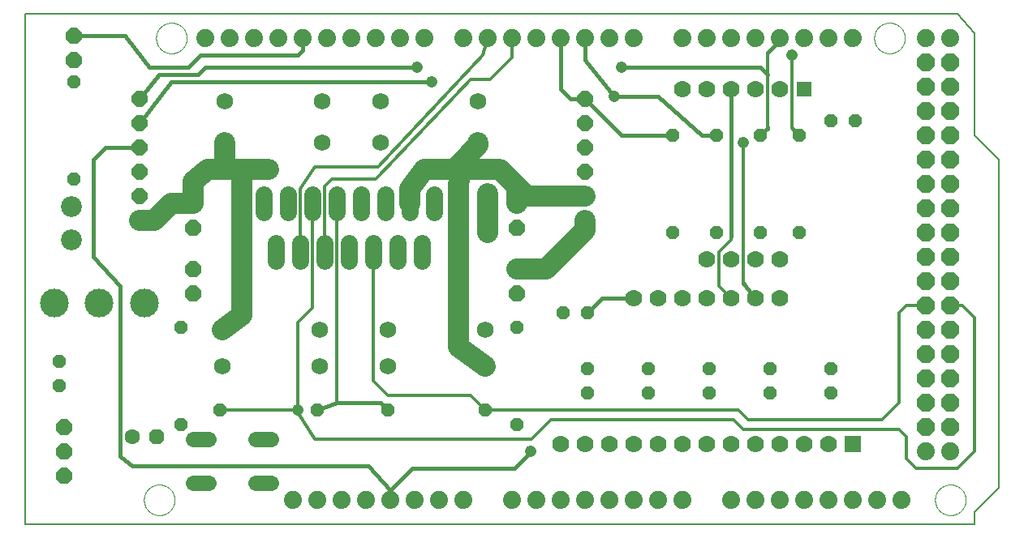
<source format=gtl>
G75*
%MOIN*%
%OFA0B0*%
%FSLAX25Y25*%
%IPPOS*%
%LPD*%
%AMOC8*
5,1,8,0,0,1.08239X$1,22.5*
%
%ADD10C,0.08600*%
%ADD11C,0.06300*%
%ADD12OC8,0.06300*%
%ADD13OC8,0.05600*%
%ADD14C,0.06800*%
%ADD15C,0.07124*%
%ADD16OC8,0.06600*%
%ADD17R,0.06400X0.06400*%
%ADD18C,0.07000*%
%ADD19C,0.00800*%
%ADD20C,0.07400*%
%ADD21OC8,0.07400*%
%ADD22C,0.00000*%
%ADD23C,0.06400*%
%ADD24R,0.07000X0.07000*%
%ADD25OC8,0.06400*%
%ADD26C,0.11811*%
%ADD27C,0.01500*%
%ADD28C,0.01200*%
%ADD29C,0.04756*%
%ADD30C,0.08500*%
%ADD31C,0.08268*%
D10*
X0024000Y0123223D03*
X0024000Y0137003D03*
D11*
X0049000Y0042310D03*
D12*
X0059000Y0042310D03*
D13*
X0069000Y0047310D03*
X0085000Y0053310D03*
X0125000Y0053310D03*
X0154000Y0053310D03*
X0194000Y0053310D03*
X0207000Y0047310D03*
X0236000Y0060310D03*
X0236000Y0070310D03*
X0261000Y0070310D03*
X0261000Y0060310D03*
X0286000Y0060310D03*
X0286000Y0070310D03*
X0311000Y0070310D03*
X0311000Y0060310D03*
X0336000Y0060310D03*
X0336000Y0070310D03*
X0236000Y0093310D03*
X0226000Y0093310D03*
X0207000Y0087310D03*
X0271000Y0126310D03*
X0289000Y0126310D03*
X0307000Y0126310D03*
X0323000Y0126310D03*
X0323000Y0166310D03*
X0336000Y0172310D03*
X0346000Y0172310D03*
X0307000Y0166310D03*
X0289000Y0166310D03*
X0271000Y0166310D03*
X0069000Y0087310D03*
X0019000Y0073310D03*
X0019000Y0063310D03*
X0025000Y0148310D03*
X0025000Y0188310D03*
D14*
X0087000Y0180310D03*
X0087000Y0163310D03*
X0127000Y0163310D03*
X0151000Y0163310D03*
X0151000Y0180310D03*
X0127000Y0180310D03*
X0191000Y0180310D03*
X0191000Y0163310D03*
X0194000Y0086310D03*
X0194000Y0071310D03*
X0154000Y0071310D03*
X0126000Y0071310D03*
X0126000Y0086310D03*
X0154000Y0086310D03*
X0086000Y0086310D03*
X0086000Y0071310D03*
D15*
X0108000Y0114748D02*
X0108000Y0121872D01*
X0118000Y0121872D02*
X0118000Y0114748D01*
X0128000Y0114748D02*
X0128000Y0121872D01*
X0138000Y0121872D02*
X0138000Y0114748D01*
X0148000Y0114748D02*
X0148000Y0121872D01*
X0158000Y0121872D02*
X0158000Y0114748D01*
X0168000Y0114748D02*
X0168000Y0121872D01*
X0163000Y0134748D02*
X0163000Y0141872D01*
X0173000Y0141872D02*
X0173000Y0134748D01*
X0153000Y0134748D02*
X0153000Y0141872D01*
X0143000Y0141872D02*
X0143000Y0134748D01*
X0133000Y0134748D02*
X0133000Y0141872D01*
X0123000Y0141872D02*
X0123000Y0134748D01*
X0113000Y0134748D02*
X0113000Y0141872D01*
X0103000Y0141872D02*
X0103000Y0134748D01*
D16*
X0074000Y0138310D03*
X0074000Y0128310D03*
X0074000Y0111310D03*
X0074000Y0101310D03*
X0021000Y0046310D03*
X0021000Y0036310D03*
X0021000Y0026310D03*
X0207000Y0101310D03*
X0207000Y0111310D03*
X0207000Y0128310D03*
X0207000Y0138310D03*
X0025000Y0197310D03*
X0025000Y0207310D03*
D17*
X0325000Y0185310D03*
D18*
X0315000Y0185310D03*
X0305000Y0185310D03*
X0295000Y0185310D03*
X0285000Y0185310D03*
X0275000Y0185310D03*
X0285000Y0115310D03*
X0295000Y0115310D03*
X0305000Y0115310D03*
X0315000Y0115310D03*
X0315000Y0099310D03*
X0305000Y0099310D03*
X0295000Y0099310D03*
X0285000Y0099310D03*
X0275000Y0099310D03*
X0265000Y0099310D03*
X0255000Y0099310D03*
X0255000Y0039310D03*
X0245000Y0039310D03*
X0235000Y0039310D03*
X0225000Y0039310D03*
X0265000Y0039310D03*
X0275000Y0039310D03*
X0285000Y0039310D03*
X0295000Y0039310D03*
X0305000Y0039310D03*
X0315000Y0039310D03*
X0325000Y0039310D03*
X0335000Y0039310D03*
D19*
X0005000Y0006310D02*
X0005000Y0216310D01*
X0388000Y0216310D01*
X0395000Y0208310D01*
X0395000Y0166310D01*
X0405000Y0156310D01*
X0405000Y0021310D01*
X0395000Y0011310D01*
X0395000Y0006310D01*
X0005000Y0006310D01*
D20*
X0115000Y0016310D03*
X0125000Y0016310D03*
X0135000Y0016310D03*
X0145000Y0016310D03*
X0155000Y0016310D03*
X0165000Y0016310D03*
X0175000Y0016310D03*
X0185000Y0016310D03*
X0205000Y0016310D03*
X0215000Y0016310D03*
X0225000Y0016310D03*
X0235000Y0016310D03*
X0245000Y0016310D03*
X0255000Y0016310D03*
X0265000Y0016310D03*
X0275000Y0016310D03*
X0295000Y0016310D03*
X0305000Y0016310D03*
X0315000Y0016310D03*
X0325000Y0016310D03*
X0335000Y0016310D03*
X0345000Y0016310D03*
X0355000Y0016310D03*
X0365000Y0016310D03*
X0375000Y0036310D03*
X0385000Y0036310D03*
X0385000Y0206310D03*
X0375000Y0206310D03*
X0345000Y0206310D03*
X0335000Y0206310D03*
X0325000Y0206310D03*
X0315000Y0206310D03*
X0305000Y0206310D03*
X0295000Y0206310D03*
X0285000Y0206310D03*
X0275000Y0206310D03*
X0255000Y0206310D03*
X0245000Y0206310D03*
X0235000Y0206310D03*
X0225000Y0206310D03*
X0215000Y0206310D03*
X0205000Y0206310D03*
X0195000Y0206310D03*
X0185000Y0206310D03*
X0169000Y0206310D03*
X0159000Y0206310D03*
X0149000Y0206310D03*
X0139000Y0206310D03*
X0129000Y0206310D03*
X0119000Y0206310D03*
X0109000Y0206310D03*
X0099000Y0206310D03*
X0089000Y0206310D03*
X0079000Y0206310D03*
D21*
X0375000Y0196310D03*
X0385000Y0196310D03*
X0385000Y0186310D03*
X0375000Y0186310D03*
X0375000Y0176310D03*
X0385000Y0176310D03*
X0385000Y0166310D03*
X0375000Y0166310D03*
X0375000Y0156310D03*
X0385000Y0156310D03*
X0385000Y0146310D03*
X0375000Y0146310D03*
X0375000Y0136310D03*
X0385000Y0136310D03*
X0385000Y0126310D03*
X0375000Y0126310D03*
X0375000Y0116310D03*
X0385000Y0116310D03*
X0385000Y0106310D03*
X0375000Y0106310D03*
X0375000Y0096310D03*
X0385000Y0096310D03*
X0385000Y0086310D03*
X0375000Y0086310D03*
X0375000Y0076310D03*
X0385000Y0076310D03*
X0385000Y0066310D03*
X0375000Y0066310D03*
X0375000Y0056310D03*
X0385000Y0056310D03*
X0385000Y0046310D03*
X0375000Y0046310D03*
D22*
X0378701Y0016310D02*
X0378703Y0016468D01*
X0378709Y0016626D01*
X0378719Y0016784D01*
X0378733Y0016942D01*
X0378751Y0017099D01*
X0378772Y0017256D01*
X0378798Y0017412D01*
X0378828Y0017568D01*
X0378861Y0017723D01*
X0378899Y0017876D01*
X0378940Y0018029D01*
X0378985Y0018181D01*
X0379034Y0018332D01*
X0379087Y0018481D01*
X0379143Y0018629D01*
X0379203Y0018775D01*
X0379267Y0018920D01*
X0379335Y0019063D01*
X0379406Y0019205D01*
X0379480Y0019345D01*
X0379558Y0019482D01*
X0379640Y0019618D01*
X0379724Y0019752D01*
X0379813Y0019883D01*
X0379904Y0020012D01*
X0379999Y0020139D01*
X0380096Y0020264D01*
X0380197Y0020386D01*
X0380301Y0020505D01*
X0380408Y0020622D01*
X0380518Y0020736D01*
X0380631Y0020847D01*
X0380746Y0020956D01*
X0380864Y0021061D01*
X0380985Y0021163D01*
X0381108Y0021263D01*
X0381234Y0021359D01*
X0381362Y0021452D01*
X0381492Y0021542D01*
X0381625Y0021628D01*
X0381760Y0021712D01*
X0381896Y0021791D01*
X0382035Y0021868D01*
X0382176Y0021940D01*
X0382318Y0022010D01*
X0382462Y0022075D01*
X0382608Y0022137D01*
X0382755Y0022195D01*
X0382904Y0022250D01*
X0383054Y0022301D01*
X0383205Y0022348D01*
X0383357Y0022391D01*
X0383510Y0022430D01*
X0383665Y0022466D01*
X0383820Y0022497D01*
X0383976Y0022525D01*
X0384132Y0022549D01*
X0384289Y0022569D01*
X0384447Y0022585D01*
X0384604Y0022597D01*
X0384763Y0022605D01*
X0384921Y0022609D01*
X0385079Y0022609D01*
X0385237Y0022605D01*
X0385396Y0022597D01*
X0385553Y0022585D01*
X0385711Y0022569D01*
X0385868Y0022549D01*
X0386024Y0022525D01*
X0386180Y0022497D01*
X0386335Y0022466D01*
X0386490Y0022430D01*
X0386643Y0022391D01*
X0386795Y0022348D01*
X0386946Y0022301D01*
X0387096Y0022250D01*
X0387245Y0022195D01*
X0387392Y0022137D01*
X0387538Y0022075D01*
X0387682Y0022010D01*
X0387824Y0021940D01*
X0387965Y0021868D01*
X0388104Y0021791D01*
X0388240Y0021712D01*
X0388375Y0021628D01*
X0388508Y0021542D01*
X0388638Y0021452D01*
X0388766Y0021359D01*
X0388892Y0021263D01*
X0389015Y0021163D01*
X0389136Y0021061D01*
X0389254Y0020956D01*
X0389369Y0020847D01*
X0389482Y0020736D01*
X0389592Y0020622D01*
X0389699Y0020505D01*
X0389803Y0020386D01*
X0389904Y0020264D01*
X0390001Y0020139D01*
X0390096Y0020012D01*
X0390187Y0019883D01*
X0390276Y0019752D01*
X0390360Y0019618D01*
X0390442Y0019482D01*
X0390520Y0019345D01*
X0390594Y0019205D01*
X0390665Y0019063D01*
X0390733Y0018920D01*
X0390797Y0018775D01*
X0390857Y0018629D01*
X0390913Y0018481D01*
X0390966Y0018332D01*
X0391015Y0018181D01*
X0391060Y0018029D01*
X0391101Y0017876D01*
X0391139Y0017723D01*
X0391172Y0017568D01*
X0391202Y0017412D01*
X0391228Y0017256D01*
X0391249Y0017099D01*
X0391267Y0016942D01*
X0391281Y0016784D01*
X0391291Y0016626D01*
X0391297Y0016468D01*
X0391299Y0016310D01*
X0391297Y0016152D01*
X0391291Y0015994D01*
X0391281Y0015836D01*
X0391267Y0015678D01*
X0391249Y0015521D01*
X0391228Y0015364D01*
X0391202Y0015208D01*
X0391172Y0015052D01*
X0391139Y0014897D01*
X0391101Y0014744D01*
X0391060Y0014591D01*
X0391015Y0014439D01*
X0390966Y0014288D01*
X0390913Y0014139D01*
X0390857Y0013991D01*
X0390797Y0013845D01*
X0390733Y0013700D01*
X0390665Y0013557D01*
X0390594Y0013415D01*
X0390520Y0013275D01*
X0390442Y0013138D01*
X0390360Y0013002D01*
X0390276Y0012868D01*
X0390187Y0012737D01*
X0390096Y0012608D01*
X0390001Y0012481D01*
X0389904Y0012356D01*
X0389803Y0012234D01*
X0389699Y0012115D01*
X0389592Y0011998D01*
X0389482Y0011884D01*
X0389369Y0011773D01*
X0389254Y0011664D01*
X0389136Y0011559D01*
X0389015Y0011457D01*
X0388892Y0011357D01*
X0388766Y0011261D01*
X0388638Y0011168D01*
X0388508Y0011078D01*
X0388375Y0010992D01*
X0388240Y0010908D01*
X0388104Y0010829D01*
X0387965Y0010752D01*
X0387824Y0010680D01*
X0387682Y0010610D01*
X0387538Y0010545D01*
X0387392Y0010483D01*
X0387245Y0010425D01*
X0387096Y0010370D01*
X0386946Y0010319D01*
X0386795Y0010272D01*
X0386643Y0010229D01*
X0386490Y0010190D01*
X0386335Y0010154D01*
X0386180Y0010123D01*
X0386024Y0010095D01*
X0385868Y0010071D01*
X0385711Y0010051D01*
X0385553Y0010035D01*
X0385396Y0010023D01*
X0385237Y0010015D01*
X0385079Y0010011D01*
X0384921Y0010011D01*
X0384763Y0010015D01*
X0384604Y0010023D01*
X0384447Y0010035D01*
X0384289Y0010051D01*
X0384132Y0010071D01*
X0383976Y0010095D01*
X0383820Y0010123D01*
X0383665Y0010154D01*
X0383510Y0010190D01*
X0383357Y0010229D01*
X0383205Y0010272D01*
X0383054Y0010319D01*
X0382904Y0010370D01*
X0382755Y0010425D01*
X0382608Y0010483D01*
X0382462Y0010545D01*
X0382318Y0010610D01*
X0382176Y0010680D01*
X0382035Y0010752D01*
X0381896Y0010829D01*
X0381760Y0010908D01*
X0381625Y0010992D01*
X0381492Y0011078D01*
X0381362Y0011168D01*
X0381234Y0011261D01*
X0381108Y0011357D01*
X0380985Y0011457D01*
X0380864Y0011559D01*
X0380746Y0011664D01*
X0380631Y0011773D01*
X0380518Y0011884D01*
X0380408Y0011998D01*
X0380301Y0012115D01*
X0380197Y0012234D01*
X0380096Y0012356D01*
X0379999Y0012481D01*
X0379904Y0012608D01*
X0379813Y0012737D01*
X0379724Y0012868D01*
X0379640Y0013002D01*
X0379558Y0013138D01*
X0379480Y0013275D01*
X0379406Y0013415D01*
X0379335Y0013557D01*
X0379267Y0013700D01*
X0379203Y0013845D01*
X0379143Y0013991D01*
X0379087Y0014139D01*
X0379034Y0014288D01*
X0378985Y0014439D01*
X0378940Y0014591D01*
X0378899Y0014744D01*
X0378861Y0014897D01*
X0378828Y0015052D01*
X0378798Y0015208D01*
X0378772Y0015364D01*
X0378751Y0015521D01*
X0378733Y0015678D01*
X0378719Y0015836D01*
X0378709Y0015994D01*
X0378703Y0016152D01*
X0378701Y0016310D01*
X0053701Y0016310D02*
X0053703Y0016468D01*
X0053709Y0016626D01*
X0053719Y0016784D01*
X0053733Y0016942D01*
X0053751Y0017099D01*
X0053772Y0017256D01*
X0053798Y0017412D01*
X0053828Y0017568D01*
X0053861Y0017723D01*
X0053899Y0017876D01*
X0053940Y0018029D01*
X0053985Y0018181D01*
X0054034Y0018332D01*
X0054087Y0018481D01*
X0054143Y0018629D01*
X0054203Y0018775D01*
X0054267Y0018920D01*
X0054335Y0019063D01*
X0054406Y0019205D01*
X0054480Y0019345D01*
X0054558Y0019482D01*
X0054640Y0019618D01*
X0054724Y0019752D01*
X0054813Y0019883D01*
X0054904Y0020012D01*
X0054999Y0020139D01*
X0055096Y0020264D01*
X0055197Y0020386D01*
X0055301Y0020505D01*
X0055408Y0020622D01*
X0055518Y0020736D01*
X0055631Y0020847D01*
X0055746Y0020956D01*
X0055864Y0021061D01*
X0055985Y0021163D01*
X0056108Y0021263D01*
X0056234Y0021359D01*
X0056362Y0021452D01*
X0056492Y0021542D01*
X0056625Y0021628D01*
X0056760Y0021712D01*
X0056896Y0021791D01*
X0057035Y0021868D01*
X0057176Y0021940D01*
X0057318Y0022010D01*
X0057462Y0022075D01*
X0057608Y0022137D01*
X0057755Y0022195D01*
X0057904Y0022250D01*
X0058054Y0022301D01*
X0058205Y0022348D01*
X0058357Y0022391D01*
X0058510Y0022430D01*
X0058665Y0022466D01*
X0058820Y0022497D01*
X0058976Y0022525D01*
X0059132Y0022549D01*
X0059289Y0022569D01*
X0059447Y0022585D01*
X0059604Y0022597D01*
X0059763Y0022605D01*
X0059921Y0022609D01*
X0060079Y0022609D01*
X0060237Y0022605D01*
X0060396Y0022597D01*
X0060553Y0022585D01*
X0060711Y0022569D01*
X0060868Y0022549D01*
X0061024Y0022525D01*
X0061180Y0022497D01*
X0061335Y0022466D01*
X0061490Y0022430D01*
X0061643Y0022391D01*
X0061795Y0022348D01*
X0061946Y0022301D01*
X0062096Y0022250D01*
X0062245Y0022195D01*
X0062392Y0022137D01*
X0062538Y0022075D01*
X0062682Y0022010D01*
X0062824Y0021940D01*
X0062965Y0021868D01*
X0063104Y0021791D01*
X0063240Y0021712D01*
X0063375Y0021628D01*
X0063508Y0021542D01*
X0063638Y0021452D01*
X0063766Y0021359D01*
X0063892Y0021263D01*
X0064015Y0021163D01*
X0064136Y0021061D01*
X0064254Y0020956D01*
X0064369Y0020847D01*
X0064482Y0020736D01*
X0064592Y0020622D01*
X0064699Y0020505D01*
X0064803Y0020386D01*
X0064904Y0020264D01*
X0065001Y0020139D01*
X0065096Y0020012D01*
X0065187Y0019883D01*
X0065276Y0019752D01*
X0065360Y0019618D01*
X0065442Y0019482D01*
X0065520Y0019345D01*
X0065594Y0019205D01*
X0065665Y0019063D01*
X0065733Y0018920D01*
X0065797Y0018775D01*
X0065857Y0018629D01*
X0065913Y0018481D01*
X0065966Y0018332D01*
X0066015Y0018181D01*
X0066060Y0018029D01*
X0066101Y0017876D01*
X0066139Y0017723D01*
X0066172Y0017568D01*
X0066202Y0017412D01*
X0066228Y0017256D01*
X0066249Y0017099D01*
X0066267Y0016942D01*
X0066281Y0016784D01*
X0066291Y0016626D01*
X0066297Y0016468D01*
X0066299Y0016310D01*
X0066297Y0016152D01*
X0066291Y0015994D01*
X0066281Y0015836D01*
X0066267Y0015678D01*
X0066249Y0015521D01*
X0066228Y0015364D01*
X0066202Y0015208D01*
X0066172Y0015052D01*
X0066139Y0014897D01*
X0066101Y0014744D01*
X0066060Y0014591D01*
X0066015Y0014439D01*
X0065966Y0014288D01*
X0065913Y0014139D01*
X0065857Y0013991D01*
X0065797Y0013845D01*
X0065733Y0013700D01*
X0065665Y0013557D01*
X0065594Y0013415D01*
X0065520Y0013275D01*
X0065442Y0013138D01*
X0065360Y0013002D01*
X0065276Y0012868D01*
X0065187Y0012737D01*
X0065096Y0012608D01*
X0065001Y0012481D01*
X0064904Y0012356D01*
X0064803Y0012234D01*
X0064699Y0012115D01*
X0064592Y0011998D01*
X0064482Y0011884D01*
X0064369Y0011773D01*
X0064254Y0011664D01*
X0064136Y0011559D01*
X0064015Y0011457D01*
X0063892Y0011357D01*
X0063766Y0011261D01*
X0063638Y0011168D01*
X0063508Y0011078D01*
X0063375Y0010992D01*
X0063240Y0010908D01*
X0063104Y0010829D01*
X0062965Y0010752D01*
X0062824Y0010680D01*
X0062682Y0010610D01*
X0062538Y0010545D01*
X0062392Y0010483D01*
X0062245Y0010425D01*
X0062096Y0010370D01*
X0061946Y0010319D01*
X0061795Y0010272D01*
X0061643Y0010229D01*
X0061490Y0010190D01*
X0061335Y0010154D01*
X0061180Y0010123D01*
X0061024Y0010095D01*
X0060868Y0010071D01*
X0060711Y0010051D01*
X0060553Y0010035D01*
X0060396Y0010023D01*
X0060237Y0010015D01*
X0060079Y0010011D01*
X0059921Y0010011D01*
X0059763Y0010015D01*
X0059604Y0010023D01*
X0059447Y0010035D01*
X0059289Y0010051D01*
X0059132Y0010071D01*
X0058976Y0010095D01*
X0058820Y0010123D01*
X0058665Y0010154D01*
X0058510Y0010190D01*
X0058357Y0010229D01*
X0058205Y0010272D01*
X0058054Y0010319D01*
X0057904Y0010370D01*
X0057755Y0010425D01*
X0057608Y0010483D01*
X0057462Y0010545D01*
X0057318Y0010610D01*
X0057176Y0010680D01*
X0057035Y0010752D01*
X0056896Y0010829D01*
X0056760Y0010908D01*
X0056625Y0010992D01*
X0056492Y0011078D01*
X0056362Y0011168D01*
X0056234Y0011261D01*
X0056108Y0011357D01*
X0055985Y0011457D01*
X0055864Y0011559D01*
X0055746Y0011664D01*
X0055631Y0011773D01*
X0055518Y0011884D01*
X0055408Y0011998D01*
X0055301Y0012115D01*
X0055197Y0012234D01*
X0055096Y0012356D01*
X0054999Y0012481D01*
X0054904Y0012608D01*
X0054813Y0012737D01*
X0054724Y0012868D01*
X0054640Y0013002D01*
X0054558Y0013138D01*
X0054480Y0013275D01*
X0054406Y0013415D01*
X0054335Y0013557D01*
X0054267Y0013700D01*
X0054203Y0013845D01*
X0054143Y0013991D01*
X0054087Y0014139D01*
X0054034Y0014288D01*
X0053985Y0014439D01*
X0053940Y0014591D01*
X0053899Y0014744D01*
X0053861Y0014897D01*
X0053828Y0015052D01*
X0053798Y0015208D01*
X0053772Y0015364D01*
X0053751Y0015521D01*
X0053733Y0015678D01*
X0053719Y0015836D01*
X0053709Y0015994D01*
X0053703Y0016152D01*
X0053701Y0016310D01*
X0058701Y0206310D02*
X0058703Y0206468D01*
X0058709Y0206626D01*
X0058719Y0206784D01*
X0058733Y0206942D01*
X0058751Y0207099D01*
X0058772Y0207256D01*
X0058798Y0207412D01*
X0058828Y0207568D01*
X0058861Y0207723D01*
X0058899Y0207876D01*
X0058940Y0208029D01*
X0058985Y0208181D01*
X0059034Y0208332D01*
X0059087Y0208481D01*
X0059143Y0208629D01*
X0059203Y0208775D01*
X0059267Y0208920D01*
X0059335Y0209063D01*
X0059406Y0209205D01*
X0059480Y0209345D01*
X0059558Y0209482D01*
X0059640Y0209618D01*
X0059724Y0209752D01*
X0059813Y0209883D01*
X0059904Y0210012D01*
X0059999Y0210139D01*
X0060096Y0210264D01*
X0060197Y0210386D01*
X0060301Y0210505D01*
X0060408Y0210622D01*
X0060518Y0210736D01*
X0060631Y0210847D01*
X0060746Y0210956D01*
X0060864Y0211061D01*
X0060985Y0211163D01*
X0061108Y0211263D01*
X0061234Y0211359D01*
X0061362Y0211452D01*
X0061492Y0211542D01*
X0061625Y0211628D01*
X0061760Y0211712D01*
X0061896Y0211791D01*
X0062035Y0211868D01*
X0062176Y0211940D01*
X0062318Y0212010D01*
X0062462Y0212075D01*
X0062608Y0212137D01*
X0062755Y0212195D01*
X0062904Y0212250D01*
X0063054Y0212301D01*
X0063205Y0212348D01*
X0063357Y0212391D01*
X0063510Y0212430D01*
X0063665Y0212466D01*
X0063820Y0212497D01*
X0063976Y0212525D01*
X0064132Y0212549D01*
X0064289Y0212569D01*
X0064447Y0212585D01*
X0064604Y0212597D01*
X0064763Y0212605D01*
X0064921Y0212609D01*
X0065079Y0212609D01*
X0065237Y0212605D01*
X0065396Y0212597D01*
X0065553Y0212585D01*
X0065711Y0212569D01*
X0065868Y0212549D01*
X0066024Y0212525D01*
X0066180Y0212497D01*
X0066335Y0212466D01*
X0066490Y0212430D01*
X0066643Y0212391D01*
X0066795Y0212348D01*
X0066946Y0212301D01*
X0067096Y0212250D01*
X0067245Y0212195D01*
X0067392Y0212137D01*
X0067538Y0212075D01*
X0067682Y0212010D01*
X0067824Y0211940D01*
X0067965Y0211868D01*
X0068104Y0211791D01*
X0068240Y0211712D01*
X0068375Y0211628D01*
X0068508Y0211542D01*
X0068638Y0211452D01*
X0068766Y0211359D01*
X0068892Y0211263D01*
X0069015Y0211163D01*
X0069136Y0211061D01*
X0069254Y0210956D01*
X0069369Y0210847D01*
X0069482Y0210736D01*
X0069592Y0210622D01*
X0069699Y0210505D01*
X0069803Y0210386D01*
X0069904Y0210264D01*
X0070001Y0210139D01*
X0070096Y0210012D01*
X0070187Y0209883D01*
X0070276Y0209752D01*
X0070360Y0209618D01*
X0070442Y0209482D01*
X0070520Y0209345D01*
X0070594Y0209205D01*
X0070665Y0209063D01*
X0070733Y0208920D01*
X0070797Y0208775D01*
X0070857Y0208629D01*
X0070913Y0208481D01*
X0070966Y0208332D01*
X0071015Y0208181D01*
X0071060Y0208029D01*
X0071101Y0207876D01*
X0071139Y0207723D01*
X0071172Y0207568D01*
X0071202Y0207412D01*
X0071228Y0207256D01*
X0071249Y0207099D01*
X0071267Y0206942D01*
X0071281Y0206784D01*
X0071291Y0206626D01*
X0071297Y0206468D01*
X0071299Y0206310D01*
X0071297Y0206152D01*
X0071291Y0205994D01*
X0071281Y0205836D01*
X0071267Y0205678D01*
X0071249Y0205521D01*
X0071228Y0205364D01*
X0071202Y0205208D01*
X0071172Y0205052D01*
X0071139Y0204897D01*
X0071101Y0204744D01*
X0071060Y0204591D01*
X0071015Y0204439D01*
X0070966Y0204288D01*
X0070913Y0204139D01*
X0070857Y0203991D01*
X0070797Y0203845D01*
X0070733Y0203700D01*
X0070665Y0203557D01*
X0070594Y0203415D01*
X0070520Y0203275D01*
X0070442Y0203138D01*
X0070360Y0203002D01*
X0070276Y0202868D01*
X0070187Y0202737D01*
X0070096Y0202608D01*
X0070001Y0202481D01*
X0069904Y0202356D01*
X0069803Y0202234D01*
X0069699Y0202115D01*
X0069592Y0201998D01*
X0069482Y0201884D01*
X0069369Y0201773D01*
X0069254Y0201664D01*
X0069136Y0201559D01*
X0069015Y0201457D01*
X0068892Y0201357D01*
X0068766Y0201261D01*
X0068638Y0201168D01*
X0068508Y0201078D01*
X0068375Y0200992D01*
X0068240Y0200908D01*
X0068104Y0200829D01*
X0067965Y0200752D01*
X0067824Y0200680D01*
X0067682Y0200610D01*
X0067538Y0200545D01*
X0067392Y0200483D01*
X0067245Y0200425D01*
X0067096Y0200370D01*
X0066946Y0200319D01*
X0066795Y0200272D01*
X0066643Y0200229D01*
X0066490Y0200190D01*
X0066335Y0200154D01*
X0066180Y0200123D01*
X0066024Y0200095D01*
X0065868Y0200071D01*
X0065711Y0200051D01*
X0065553Y0200035D01*
X0065396Y0200023D01*
X0065237Y0200015D01*
X0065079Y0200011D01*
X0064921Y0200011D01*
X0064763Y0200015D01*
X0064604Y0200023D01*
X0064447Y0200035D01*
X0064289Y0200051D01*
X0064132Y0200071D01*
X0063976Y0200095D01*
X0063820Y0200123D01*
X0063665Y0200154D01*
X0063510Y0200190D01*
X0063357Y0200229D01*
X0063205Y0200272D01*
X0063054Y0200319D01*
X0062904Y0200370D01*
X0062755Y0200425D01*
X0062608Y0200483D01*
X0062462Y0200545D01*
X0062318Y0200610D01*
X0062176Y0200680D01*
X0062035Y0200752D01*
X0061896Y0200829D01*
X0061760Y0200908D01*
X0061625Y0200992D01*
X0061492Y0201078D01*
X0061362Y0201168D01*
X0061234Y0201261D01*
X0061108Y0201357D01*
X0060985Y0201457D01*
X0060864Y0201559D01*
X0060746Y0201664D01*
X0060631Y0201773D01*
X0060518Y0201884D01*
X0060408Y0201998D01*
X0060301Y0202115D01*
X0060197Y0202234D01*
X0060096Y0202356D01*
X0059999Y0202481D01*
X0059904Y0202608D01*
X0059813Y0202737D01*
X0059724Y0202868D01*
X0059640Y0203002D01*
X0059558Y0203138D01*
X0059480Y0203275D01*
X0059406Y0203415D01*
X0059335Y0203557D01*
X0059267Y0203700D01*
X0059203Y0203845D01*
X0059143Y0203991D01*
X0059087Y0204139D01*
X0059034Y0204288D01*
X0058985Y0204439D01*
X0058940Y0204591D01*
X0058899Y0204744D01*
X0058861Y0204897D01*
X0058828Y0205052D01*
X0058798Y0205208D01*
X0058772Y0205364D01*
X0058751Y0205521D01*
X0058733Y0205678D01*
X0058719Y0205836D01*
X0058709Y0205994D01*
X0058703Y0206152D01*
X0058701Y0206310D01*
X0353701Y0206310D02*
X0353703Y0206468D01*
X0353709Y0206626D01*
X0353719Y0206784D01*
X0353733Y0206942D01*
X0353751Y0207099D01*
X0353772Y0207256D01*
X0353798Y0207412D01*
X0353828Y0207568D01*
X0353861Y0207723D01*
X0353899Y0207876D01*
X0353940Y0208029D01*
X0353985Y0208181D01*
X0354034Y0208332D01*
X0354087Y0208481D01*
X0354143Y0208629D01*
X0354203Y0208775D01*
X0354267Y0208920D01*
X0354335Y0209063D01*
X0354406Y0209205D01*
X0354480Y0209345D01*
X0354558Y0209482D01*
X0354640Y0209618D01*
X0354724Y0209752D01*
X0354813Y0209883D01*
X0354904Y0210012D01*
X0354999Y0210139D01*
X0355096Y0210264D01*
X0355197Y0210386D01*
X0355301Y0210505D01*
X0355408Y0210622D01*
X0355518Y0210736D01*
X0355631Y0210847D01*
X0355746Y0210956D01*
X0355864Y0211061D01*
X0355985Y0211163D01*
X0356108Y0211263D01*
X0356234Y0211359D01*
X0356362Y0211452D01*
X0356492Y0211542D01*
X0356625Y0211628D01*
X0356760Y0211712D01*
X0356896Y0211791D01*
X0357035Y0211868D01*
X0357176Y0211940D01*
X0357318Y0212010D01*
X0357462Y0212075D01*
X0357608Y0212137D01*
X0357755Y0212195D01*
X0357904Y0212250D01*
X0358054Y0212301D01*
X0358205Y0212348D01*
X0358357Y0212391D01*
X0358510Y0212430D01*
X0358665Y0212466D01*
X0358820Y0212497D01*
X0358976Y0212525D01*
X0359132Y0212549D01*
X0359289Y0212569D01*
X0359447Y0212585D01*
X0359604Y0212597D01*
X0359763Y0212605D01*
X0359921Y0212609D01*
X0360079Y0212609D01*
X0360237Y0212605D01*
X0360396Y0212597D01*
X0360553Y0212585D01*
X0360711Y0212569D01*
X0360868Y0212549D01*
X0361024Y0212525D01*
X0361180Y0212497D01*
X0361335Y0212466D01*
X0361490Y0212430D01*
X0361643Y0212391D01*
X0361795Y0212348D01*
X0361946Y0212301D01*
X0362096Y0212250D01*
X0362245Y0212195D01*
X0362392Y0212137D01*
X0362538Y0212075D01*
X0362682Y0212010D01*
X0362824Y0211940D01*
X0362965Y0211868D01*
X0363104Y0211791D01*
X0363240Y0211712D01*
X0363375Y0211628D01*
X0363508Y0211542D01*
X0363638Y0211452D01*
X0363766Y0211359D01*
X0363892Y0211263D01*
X0364015Y0211163D01*
X0364136Y0211061D01*
X0364254Y0210956D01*
X0364369Y0210847D01*
X0364482Y0210736D01*
X0364592Y0210622D01*
X0364699Y0210505D01*
X0364803Y0210386D01*
X0364904Y0210264D01*
X0365001Y0210139D01*
X0365096Y0210012D01*
X0365187Y0209883D01*
X0365276Y0209752D01*
X0365360Y0209618D01*
X0365442Y0209482D01*
X0365520Y0209345D01*
X0365594Y0209205D01*
X0365665Y0209063D01*
X0365733Y0208920D01*
X0365797Y0208775D01*
X0365857Y0208629D01*
X0365913Y0208481D01*
X0365966Y0208332D01*
X0366015Y0208181D01*
X0366060Y0208029D01*
X0366101Y0207876D01*
X0366139Y0207723D01*
X0366172Y0207568D01*
X0366202Y0207412D01*
X0366228Y0207256D01*
X0366249Y0207099D01*
X0366267Y0206942D01*
X0366281Y0206784D01*
X0366291Y0206626D01*
X0366297Y0206468D01*
X0366299Y0206310D01*
X0366297Y0206152D01*
X0366291Y0205994D01*
X0366281Y0205836D01*
X0366267Y0205678D01*
X0366249Y0205521D01*
X0366228Y0205364D01*
X0366202Y0205208D01*
X0366172Y0205052D01*
X0366139Y0204897D01*
X0366101Y0204744D01*
X0366060Y0204591D01*
X0366015Y0204439D01*
X0365966Y0204288D01*
X0365913Y0204139D01*
X0365857Y0203991D01*
X0365797Y0203845D01*
X0365733Y0203700D01*
X0365665Y0203557D01*
X0365594Y0203415D01*
X0365520Y0203275D01*
X0365442Y0203138D01*
X0365360Y0203002D01*
X0365276Y0202868D01*
X0365187Y0202737D01*
X0365096Y0202608D01*
X0365001Y0202481D01*
X0364904Y0202356D01*
X0364803Y0202234D01*
X0364699Y0202115D01*
X0364592Y0201998D01*
X0364482Y0201884D01*
X0364369Y0201773D01*
X0364254Y0201664D01*
X0364136Y0201559D01*
X0364015Y0201457D01*
X0363892Y0201357D01*
X0363766Y0201261D01*
X0363638Y0201168D01*
X0363508Y0201078D01*
X0363375Y0200992D01*
X0363240Y0200908D01*
X0363104Y0200829D01*
X0362965Y0200752D01*
X0362824Y0200680D01*
X0362682Y0200610D01*
X0362538Y0200545D01*
X0362392Y0200483D01*
X0362245Y0200425D01*
X0362096Y0200370D01*
X0361946Y0200319D01*
X0361795Y0200272D01*
X0361643Y0200229D01*
X0361490Y0200190D01*
X0361335Y0200154D01*
X0361180Y0200123D01*
X0361024Y0200095D01*
X0360868Y0200071D01*
X0360711Y0200051D01*
X0360553Y0200035D01*
X0360396Y0200023D01*
X0360237Y0200015D01*
X0360079Y0200011D01*
X0359921Y0200011D01*
X0359763Y0200015D01*
X0359604Y0200023D01*
X0359447Y0200035D01*
X0359289Y0200051D01*
X0359132Y0200071D01*
X0358976Y0200095D01*
X0358820Y0200123D01*
X0358665Y0200154D01*
X0358510Y0200190D01*
X0358357Y0200229D01*
X0358205Y0200272D01*
X0358054Y0200319D01*
X0357904Y0200370D01*
X0357755Y0200425D01*
X0357608Y0200483D01*
X0357462Y0200545D01*
X0357318Y0200610D01*
X0357176Y0200680D01*
X0357035Y0200752D01*
X0356896Y0200829D01*
X0356760Y0200908D01*
X0356625Y0200992D01*
X0356492Y0201078D01*
X0356362Y0201168D01*
X0356234Y0201261D01*
X0356108Y0201357D01*
X0355985Y0201457D01*
X0355864Y0201559D01*
X0355746Y0201664D01*
X0355631Y0201773D01*
X0355518Y0201884D01*
X0355408Y0201998D01*
X0355301Y0202115D01*
X0355197Y0202234D01*
X0355096Y0202356D01*
X0354999Y0202481D01*
X0354904Y0202608D01*
X0354813Y0202737D01*
X0354724Y0202868D01*
X0354640Y0203002D01*
X0354558Y0203138D01*
X0354480Y0203275D01*
X0354406Y0203415D01*
X0354335Y0203557D01*
X0354267Y0203700D01*
X0354203Y0203845D01*
X0354143Y0203991D01*
X0354087Y0204139D01*
X0354034Y0204288D01*
X0353985Y0204439D01*
X0353940Y0204591D01*
X0353899Y0204744D01*
X0353861Y0204897D01*
X0353828Y0205052D01*
X0353798Y0205208D01*
X0353772Y0205364D01*
X0353751Y0205521D01*
X0353733Y0205678D01*
X0353719Y0205836D01*
X0353709Y0205994D01*
X0353703Y0206152D01*
X0353701Y0206310D01*
D23*
X0106000Y0041210D02*
X0099600Y0041210D01*
X0080400Y0041210D02*
X0074000Y0041210D01*
X0074000Y0023410D02*
X0080400Y0023410D01*
X0099600Y0023410D02*
X0106000Y0023410D01*
D24*
X0345000Y0039310D03*
D25*
X0235000Y0131310D03*
X0235000Y0141310D03*
X0235000Y0151310D03*
X0235000Y0161310D03*
X0235000Y0171310D03*
X0235000Y0181310D03*
X0052000Y0181310D03*
X0052000Y0171310D03*
X0052000Y0161310D03*
X0052000Y0151310D03*
X0052000Y0141310D03*
X0052000Y0131310D03*
D26*
X0053780Y0097302D03*
X0035276Y0097302D03*
X0016772Y0097302D03*
D27*
X0033000Y0116310D02*
X0044000Y0104310D01*
X0044000Y0034310D01*
X0049000Y0030310D01*
X0146000Y0030310D01*
X0155000Y0020310D01*
X0155000Y0016310D01*
X0154881Y0016429D01*
X0154881Y0020443D01*
X0163748Y0029310D01*
X0206000Y0029310D01*
X0212100Y0035710D01*
X0212600Y0036310D01*
X0154000Y0053310D02*
X0151000Y0056310D01*
X0133000Y0056310D01*
X0125000Y0053310D01*
X0236000Y0093310D02*
X0236000Y0093430D01*
X0241920Y0099350D01*
X0254960Y0099350D01*
X0255000Y0099310D01*
X0300293Y0105017D02*
X0305000Y0099310D01*
X0300293Y0105017D02*
X0300251Y0105061D01*
X0300213Y0105107D01*
X0300177Y0105156D01*
X0300144Y0105207D01*
X0300115Y0105259D01*
X0300088Y0105314D01*
X0300065Y0105369D01*
X0300045Y0105426D01*
X0300029Y0105485D01*
X0300016Y0105544D01*
X0300007Y0105603D01*
X0300002Y0105664D01*
X0300000Y0105724D01*
X0295000Y0124724D02*
X0295000Y0185310D01*
X0307000Y0194310D02*
X0310000Y0191310D01*
X0307000Y0194310D02*
X0250000Y0194310D01*
X0247000Y0182310D02*
X0235000Y0197310D01*
X0235000Y0206310D01*
X0225000Y0206310D02*
X0225000Y0185310D01*
X0229000Y0181310D01*
X0235000Y0181310D01*
X0250000Y0166310D01*
X0271000Y0166310D01*
X0283000Y0166310D02*
X0289000Y0166310D01*
X0283000Y0166310D02*
X0265000Y0182310D01*
X0247000Y0182310D01*
X0307000Y0166310D02*
X0309707Y0169017D01*
X0309749Y0169061D01*
X0309787Y0169107D01*
X0309823Y0169156D01*
X0309856Y0169207D01*
X0309885Y0169259D01*
X0309912Y0169314D01*
X0309935Y0169369D01*
X0309955Y0169426D01*
X0309971Y0169485D01*
X0309984Y0169544D01*
X0309993Y0169603D01*
X0309998Y0169664D01*
X0310000Y0169724D01*
X0320293Y0169017D02*
X0323000Y0166310D01*
X0310000Y0200310D02*
X0314707Y0205017D01*
X0315000Y0205724D02*
X0315000Y0206310D01*
X0315000Y0205724D02*
X0314998Y0205664D01*
X0314993Y0205603D01*
X0314984Y0205544D01*
X0314971Y0205485D01*
X0314955Y0205426D01*
X0314935Y0205369D01*
X0314912Y0205314D01*
X0314885Y0205259D01*
X0314856Y0205207D01*
X0314823Y0205156D01*
X0314787Y0205107D01*
X0314749Y0205061D01*
X0314707Y0205017D01*
X0172000Y0188310D02*
X0065000Y0188310D01*
X0052000Y0171310D01*
X0052000Y0161310D02*
X0038000Y0161310D01*
X0033000Y0156310D01*
X0033000Y0116310D01*
X0052000Y0181310D02*
X0060000Y0191310D01*
X0076000Y0191310D01*
X0079000Y0194310D01*
X0166000Y0194310D01*
X0119000Y0201310D02*
X0119000Y0206310D01*
X0119000Y0201310D02*
X0117000Y0199310D01*
X0077000Y0199310D01*
X0072000Y0194310D01*
X0056000Y0194310D01*
X0046000Y0207310D01*
X0025000Y0207310D01*
D28*
X0118000Y0144310D02*
X0124000Y0153310D01*
X0150000Y0153310D01*
X0193000Y0199310D01*
X0195000Y0206310D01*
X0205000Y0206310D02*
X0205000Y0198310D01*
X0196000Y0189310D01*
X0188000Y0189310D01*
X0150000Y0149310D01*
X0149000Y0148310D01*
X0131000Y0148310D01*
X0128000Y0145310D01*
X0128000Y0118310D01*
X0118000Y0118310D02*
X0118000Y0144310D01*
X0123000Y0138310D02*
X0123000Y0095310D01*
X0117000Y0089310D01*
X0117000Y0053310D01*
X0117000Y0052310D01*
X0124000Y0041310D01*
X0213000Y0041310D01*
X0221000Y0049310D01*
X0296000Y0049310D01*
X0300000Y0045310D01*
X0364000Y0045310D01*
X0367000Y0042310D01*
X0367000Y0033310D01*
X0371000Y0029310D01*
X0388000Y0029310D01*
X0395000Y0036310D01*
X0395000Y0091310D01*
X0390000Y0096310D01*
X0385000Y0096310D01*
X0375000Y0096310D02*
X0367000Y0096310D01*
X0364000Y0093310D01*
X0364000Y0056310D01*
X0357000Y0049310D01*
X0302000Y0049310D01*
X0298000Y0053310D01*
X0194000Y0053310D01*
X0188000Y0059310D01*
X0154000Y0059310D01*
X0148000Y0065310D01*
X0148000Y0118310D01*
X0133000Y0138310D02*
X0133000Y0056310D01*
X0117000Y0053310D02*
X0085000Y0053310D01*
X0290000Y0104310D02*
X0295000Y0099310D01*
X0290000Y0104310D02*
X0290000Y0118310D01*
X0295000Y0123310D01*
X0295000Y0124724D01*
X0300000Y0105724D02*
X0300000Y0163310D01*
X0310000Y0169724D02*
X0310000Y0191310D01*
X0310000Y0200310D01*
X0320000Y0199310D02*
X0320000Y0169724D01*
X0320002Y0169664D01*
X0320007Y0169603D01*
X0320016Y0169544D01*
X0320029Y0169485D01*
X0320045Y0169426D01*
X0320065Y0169369D01*
X0320088Y0169314D01*
X0320115Y0169259D01*
X0320144Y0169207D01*
X0320177Y0169156D01*
X0320213Y0169107D01*
X0320251Y0169061D01*
X0320293Y0169017D01*
D29*
X0300000Y0163310D03*
X0247000Y0182310D03*
X0250000Y0194310D03*
X0320000Y0199310D03*
X0172000Y0188310D03*
X0166000Y0194310D03*
X0117000Y0053310D03*
X0212600Y0036310D03*
D30*
X0194000Y0071310D02*
X0183000Y0079310D01*
X0183000Y0145310D01*
X0183500Y0151810D01*
X0183000Y0152310D01*
X0200000Y0152310D01*
X0207000Y0145310D01*
X0211000Y0141310D01*
X0235000Y0141310D01*
X0235000Y0131310D02*
X0235000Y0127310D01*
X0219000Y0111310D01*
X0207000Y0111310D01*
X0195000Y0126310D02*
X0195000Y0142310D01*
X0207000Y0145310D02*
X0207000Y0138310D01*
X0183500Y0151810D02*
X0180885Y0152048D01*
X0191000Y0162162D01*
X0191000Y0163310D01*
X0180885Y0152048D02*
X0178000Y0152310D01*
X0169000Y0152310D01*
X0163000Y0144310D01*
X0163000Y0138310D01*
X0105000Y0152310D02*
X0094000Y0152310D01*
X0085000Y0152310D01*
X0087000Y0154310D01*
X0087000Y0163310D01*
X0085000Y0152310D02*
X0080000Y0152310D01*
X0074000Y0147310D01*
X0074000Y0138310D01*
X0065000Y0138310D01*
X0058000Y0131310D01*
X0052000Y0131310D01*
X0094000Y0152310D02*
X0094000Y0092310D01*
X0086000Y0086310D01*
D31*
X0195000Y0126310D03*
X0195000Y0142310D03*
X0105000Y0152310D03*
M02*

</source>
